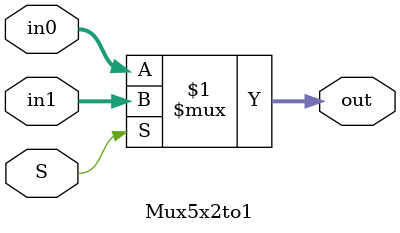
<source format=v>
module Mux5x2to1(
    input wire [4:0] in0, 
    input wire [4:0] in1,
    input wire S, 
    output wire [4:0] out
);
    assign out = (S) ? in1 : in0;
endmodule
</source>
